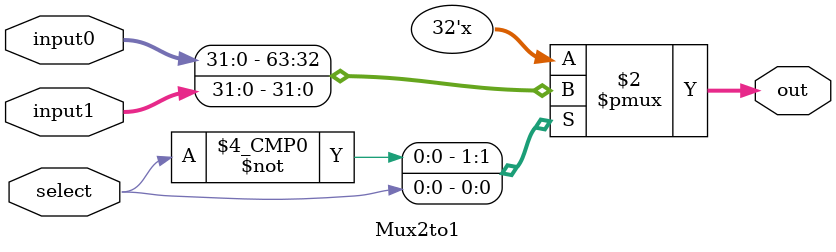
<source format=v>


`timescale 1ns / 1ns

module Mux2to1(input0, input1, select, out);
  
  input [31:0] input0, input1;    //input 1 & 2
  input select;              // bit for select
  output reg [31:0] out;  // output
  

  //MUX Loop

  always @ (select or input0 or input1)
  begin
    case(select)
      // if select = 0
      1'b0: begin
        // select 1st input
        out <= input0;
      end
      // if select = 1
      1'b1: begin
        // select 2nd input
        out <= input1;
      end
    endcase
  end
endmodule
</source>
